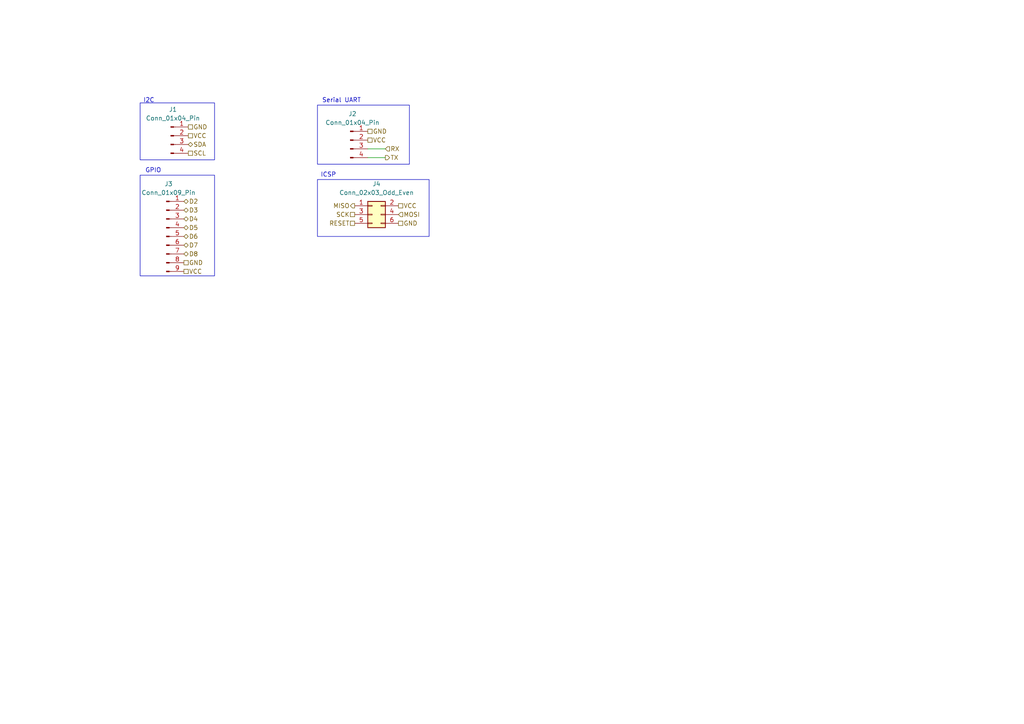
<source format=kicad_sch>
(kicad_sch
	(version 20231120)
	(generator "eeschema")
	(generator_version "8.0")
	(uuid "87c602e5-b9eb-4920-b0cf-1d1d5ddf4c05")
	(paper "A4")
	(lib_symbols
		(symbol "Connector:Conn_01x04_Pin"
			(pin_names
				(offset 1.016) hide)
			(exclude_from_sim no)
			(in_bom yes)
			(on_board yes)
			(property "Reference" "J"
				(at 0 5.08 0)
				(effects
					(font
						(size 1.27 1.27)
					)
				)
			)
			(property "Value" "Conn_01x04_Pin"
				(at 0 -7.62 0)
				(effects
					(font
						(size 1.27 1.27)
					)
				)
			)
			(property "Footprint" ""
				(at 0 0 0)
				(effects
					(font
						(size 1.27 1.27)
					)
					(hide yes)
				)
			)
			(property "Datasheet" "~"
				(at 0 0 0)
				(effects
					(font
						(size 1.27 1.27)
					)
					(hide yes)
				)
			)
			(property "Description" "Generic connector, single row, 01x04, script generated"
				(at 0 0 0)
				(effects
					(font
						(size 1.27 1.27)
					)
					(hide yes)
				)
			)
			(property "ki_locked" ""
				(at 0 0 0)
				(effects
					(font
						(size 1.27 1.27)
					)
				)
			)
			(property "ki_keywords" "connector"
				(at 0 0 0)
				(effects
					(font
						(size 1.27 1.27)
					)
					(hide yes)
				)
			)
			(property "ki_fp_filters" "Connector*:*_1x??_*"
				(at 0 0 0)
				(effects
					(font
						(size 1.27 1.27)
					)
					(hide yes)
				)
			)
			(symbol "Conn_01x04_Pin_1_1"
				(polyline
					(pts
						(xy 1.27 -5.08) (xy 0.8636 -5.08)
					)
					(stroke
						(width 0.1524)
						(type default)
					)
					(fill
						(type none)
					)
				)
				(polyline
					(pts
						(xy 1.27 -2.54) (xy 0.8636 -2.54)
					)
					(stroke
						(width 0.1524)
						(type default)
					)
					(fill
						(type none)
					)
				)
				(polyline
					(pts
						(xy 1.27 0) (xy 0.8636 0)
					)
					(stroke
						(width 0.1524)
						(type default)
					)
					(fill
						(type none)
					)
				)
				(polyline
					(pts
						(xy 1.27 2.54) (xy 0.8636 2.54)
					)
					(stroke
						(width 0.1524)
						(type default)
					)
					(fill
						(type none)
					)
				)
				(rectangle
					(start 0.8636 -4.953)
					(end 0 -5.207)
					(stroke
						(width 0.1524)
						(type default)
					)
					(fill
						(type outline)
					)
				)
				(rectangle
					(start 0.8636 -2.413)
					(end 0 -2.667)
					(stroke
						(width 0.1524)
						(type default)
					)
					(fill
						(type outline)
					)
				)
				(rectangle
					(start 0.8636 0.127)
					(end 0 -0.127)
					(stroke
						(width 0.1524)
						(type default)
					)
					(fill
						(type outline)
					)
				)
				(rectangle
					(start 0.8636 2.667)
					(end 0 2.413)
					(stroke
						(width 0.1524)
						(type default)
					)
					(fill
						(type outline)
					)
				)
				(pin passive line
					(at 5.08 2.54 180)
					(length 3.81)
					(name "Pin_1"
						(effects
							(font
								(size 1.27 1.27)
							)
						)
					)
					(number "1"
						(effects
							(font
								(size 1.27 1.27)
							)
						)
					)
				)
				(pin passive line
					(at 5.08 0 180)
					(length 3.81)
					(name "Pin_2"
						(effects
							(font
								(size 1.27 1.27)
							)
						)
					)
					(number "2"
						(effects
							(font
								(size 1.27 1.27)
							)
						)
					)
				)
				(pin passive line
					(at 5.08 -2.54 180)
					(length 3.81)
					(name "Pin_3"
						(effects
							(font
								(size 1.27 1.27)
							)
						)
					)
					(number "3"
						(effects
							(font
								(size 1.27 1.27)
							)
						)
					)
				)
				(pin passive line
					(at 5.08 -5.08 180)
					(length 3.81)
					(name "Pin_4"
						(effects
							(font
								(size 1.27 1.27)
							)
						)
					)
					(number "4"
						(effects
							(font
								(size 1.27 1.27)
							)
						)
					)
				)
			)
		)
		(symbol "Connector:Conn_01x09_Pin"
			(pin_names
				(offset 1.016) hide)
			(exclude_from_sim no)
			(in_bom yes)
			(on_board yes)
			(property "Reference" "J"
				(at 0 12.7 0)
				(effects
					(font
						(size 1.27 1.27)
					)
				)
			)
			(property "Value" "Conn_01x09_Pin"
				(at 0 -12.7 0)
				(effects
					(font
						(size 1.27 1.27)
					)
				)
			)
			(property "Footprint" ""
				(at 0 0 0)
				(effects
					(font
						(size 1.27 1.27)
					)
					(hide yes)
				)
			)
			(property "Datasheet" "~"
				(at 0 0 0)
				(effects
					(font
						(size 1.27 1.27)
					)
					(hide yes)
				)
			)
			(property "Description" "Generic connector, single row, 01x09, script generated"
				(at 0 0 0)
				(effects
					(font
						(size 1.27 1.27)
					)
					(hide yes)
				)
			)
			(property "ki_locked" ""
				(at 0 0 0)
				(effects
					(font
						(size 1.27 1.27)
					)
				)
			)
			(property "ki_keywords" "connector"
				(at 0 0 0)
				(effects
					(font
						(size 1.27 1.27)
					)
					(hide yes)
				)
			)
			(property "ki_fp_filters" "Connector*:*_1x??_*"
				(at 0 0 0)
				(effects
					(font
						(size 1.27 1.27)
					)
					(hide yes)
				)
			)
			(symbol "Conn_01x09_Pin_1_1"
				(polyline
					(pts
						(xy 1.27 -10.16) (xy 0.8636 -10.16)
					)
					(stroke
						(width 0.1524)
						(type default)
					)
					(fill
						(type none)
					)
				)
				(polyline
					(pts
						(xy 1.27 -7.62) (xy 0.8636 -7.62)
					)
					(stroke
						(width 0.1524)
						(type default)
					)
					(fill
						(type none)
					)
				)
				(polyline
					(pts
						(xy 1.27 -5.08) (xy 0.8636 -5.08)
					)
					(stroke
						(width 0.1524)
						(type default)
					)
					(fill
						(type none)
					)
				)
				(polyline
					(pts
						(xy 1.27 -2.54) (xy 0.8636 -2.54)
					)
					(stroke
						(width 0.1524)
						(type default)
					)
					(fill
						(type none)
					)
				)
				(polyline
					(pts
						(xy 1.27 0) (xy 0.8636 0)
					)
					(stroke
						(width 0.1524)
						(type default)
					)
					(fill
						(type none)
					)
				)
				(polyline
					(pts
						(xy 1.27 2.54) (xy 0.8636 2.54)
					)
					(stroke
						(width 0.1524)
						(type default)
					)
					(fill
						(type none)
					)
				)
				(polyline
					(pts
						(xy 1.27 5.08) (xy 0.8636 5.08)
					)
					(stroke
						(width 0.1524)
						(type default)
					)
					(fill
						(type none)
					)
				)
				(polyline
					(pts
						(xy 1.27 7.62) (xy 0.8636 7.62)
					)
					(stroke
						(width 0.1524)
						(type default)
					)
					(fill
						(type none)
					)
				)
				(polyline
					(pts
						(xy 1.27 10.16) (xy 0.8636 10.16)
					)
					(stroke
						(width 0.1524)
						(type default)
					)
					(fill
						(type none)
					)
				)
				(rectangle
					(start 0.8636 -10.033)
					(end 0 -10.287)
					(stroke
						(width 0.1524)
						(type default)
					)
					(fill
						(type outline)
					)
				)
				(rectangle
					(start 0.8636 -7.493)
					(end 0 -7.747)
					(stroke
						(width 0.1524)
						(type default)
					)
					(fill
						(type outline)
					)
				)
				(rectangle
					(start 0.8636 -4.953)
					(end 0 -5.207)
					(stroke
						(width 0.1524)
						(type default)
					)
					(fill
						(type outline)
					)
				)
				(rectangle
					(start 0.8636 -2.413)
					(end 0 -2.667)
					(stroke
						(width 0.1524)
						(type default)
					)
					(fill
						(type outline)
					)
				)
				(rectangle
					(start 0.8636 0.127)
					(end 0 -0.127)
					(stroke
						(width 0.1524)
						(type default)
					)
					(fill
						(type outline)
					)
				)
				(rectangle
					(start 0.8636 2.667)
					(end 0 2.413)
					(stroke
						(width 0.1524)
						(type default)
					)
					(fill
						(type outline)
					)
				)
				(rectangle
					(start 0.8636 5.207)
					(end 0 4.953)
					(stroke
						(width 0.1524)
						(type default)
					)
					(fill
						(type outline)
					)
				)
				(rectangle
					(start 0.8636 7.747)
					(end 0 7.493)
					(stroke
						(width 0.1524)
						(type default)
					)
					(fill
						(type outline)
					)
				)
				(rectangle
					(start 0.8636 10.287)
					(end 0 10.033)
					(stroke
						(width 0.1524)
						(type default)
					)
					(fill
						(type outline)
					)
				)
				(pin passive line
					(at 5.08 10.16 180)
					(length 3.81)
					(name "Pin_1"
						(effects
							(font
								(size 1.27 1.27)
							)
						)
					)
					(number "1"
						(effects
							(font
								(size 1.27 1.27)
							)
						)
					)
				)
				(pin passive line
					(at 5.08 7.62 180)
					(length 3.81)
					(name "Pin_2"
						(effects
							(font
								(size 1.27 1.27)
							)
						)
					)
					(number "2"
						(effects
							(font
								(size 1.27 1.27)
							)
						)
					)
				)
				(pin passive line
					(at 5.08 5.08 180)
					(length 3.81)
					(name "Pin_3"
						(effects
							(font
								(size 1.27 1.27)
							)
						)
					)
					(number "3"
						(effects
							(font
								(size 1.27 1.27)
							)
						)
					)
				)
				(pin passive line
					(at 5.08 2.54 180)
					(length 3.81)
					(name "Pin_4"
						(effects
							(font
								(size 1.27 1.27)
							)
						)
					)
					(number "4"
						(effects
							(font
								(size 1.27 1.27)
							)
						)
					)
				)
				(pin passive line
					(at 5.08 0 180)
					(length 3.81)
					(name "Pin_5"
						(effects
							(font
								(size 1.27 1.27)
							)
						)
					)
					(number "5"
						(effects
							(font
								(size 1.27 1.27)
							)
						)
					)
				)
				(pin passive line
					(at 5.08 -2.54 180)
					(length 3.81)
					(name "Pin_6"
						(effects
							(font
								(size 1.27 1.27)
							)
						)
					)
					(number "6"
						(effects
							(font
								(size 1.27 1.27)
							)
						)
					)
				)
				(pin passive line
					(at 5.08 -5.08 180)
					(length 3.81)
					(name "Pin_7"
						(effects
							(font
								(size 1.27 1.27)
							)
						)
					)
					(number "7"
						(effects
							(font
								(size 1.27 1.27)
							)
						)
					)
				)
				(pin passive line
					(at 5.08 -7.62 180)
					(length 3.81)
					(name "Pin_8"
						(effects
							(font
								(size 1.27 1.27)
							)
						)
					)
					(number "8"
						(effects
							(font
								(size 1.27 1.27)
							)
						)
					)
				)
				(pin passive line
					(at 5.08 -10.16 180)
					(length 3.81)
					(name "Pin_9"
						(effects
							(font
								(size 1.27 1.27)
							)
						)
					)
					(number "9"
						(effects
							(font
								(size 1.27 1.27)
							)
						)
					)
				)
			)
		)
		(symbol "Connector_Generic:Conn_02x03_Odd_Even"
			(pin_names
				(offset 1.016) hide)
			(exclude_from_sim no)
			(in_bom yes)
			(on_board yes)
			(property "Reference" "J"
				(at 1.27 5.08 0)
				(effects
					(font
						(size 1.27 1.27)
					)
				)
			)
			(property "Value" "Conn_02x03_Odd_Even"
				(at 1.27 -5.08 0)
				(effects
					(font
						(size 1.27 1.27)
					)
				)
			)
			(property "Footprint" ""
				(at 0 0 0)
				(effects
					(font
						(size 1.27 1.27)
					)
					(hide yes)
				)
			)
			(property "Datasheet" "~"
				(at 0 0 0)
				(effects
					(font
						(size 1.27 1.27)
					)
					(hide yes)
				)
			)
			(property "Description" "Generic connector, double row, 02x03, odd/even pin numbering scheme (row 1 odd numbers, row 2 even numbers), script generated (kicad-library-utils/schlib/autogen/connector/)"
				(at 0 0 0)
				(effects
					(font
						(size 1.27 1.27)
					)
					(hide yes)
				)
			)
			(property "ki_keywords" "connector"
				(at 0 0 0)
				(effects
					(font
						(size 1.27 1.27)
					)
					(hide yes)
				)
			)
			(property "ki_fp_filters" "Connector*:*_2x??_*"
				(at 0 0 0)
				(effects
					(font
						(size 1.27 1.27)
					)
					(hide yes)
				)
			)
			(symbol "Conn_02x03_Odd_Even_1_1"
				(rectangle
					(start -1.27 -2.413)
					(end 0 -2.667)
					(stroke
						(width 0.1524)
						(type default)
					)
					(fill
						(type none)
					)
				)
				(rectangle
					(start -1.27 0.127)
					(end 0 -0.127)
					(stroke
						(width 0.1524)
						(type default)
					)
					(fill
						(type none)
					)
				)
				(rectangle
					(start -1.27 2.667)
					(end 0 2.413)
					(stroke
						(width 0.1524)
						(type default)
					)
					(fill
						(type none)
					)
				)
				(rectangle
					(start -1.27 3.81)
					(end 3.81 -3.81)
					(stroke
						(width 0.254)
						(type default)
					)
					(fill
						(type background)
					)
				)
				(rectangle
					(start 3.81 -2.413)
					(end 2.54 -2.667)
					(stroke
						(width 0.1524)
						(type default)
					)
					(fill
						(type none)
					)
				)
				(rectangle
					(start 3.81 0.127)
					(end 2.54 -0.127)
					(stroke
						(width 0.1524)
						(type default)
					)
					(fill
						(type none)
					)
				)
				(rectangle
					(start 3.81 2.667)
					(end 2.54 2.413)
					(stroke
						(width 0.1524)
						(type default)
					)
					(fill
						(type none)
					)
				)
				(pin passive line
					(at -5.08 2.54 0)
					(length 3.81)
					(name "Pin_1"
						(effects
							(font
								(size 1.27 1.27)
							)
						)
					)
					(number "1"
						(effects
							(font
								(size 1.27 1.27)
							)
						)
					)
				)
				(pin passive line
					(at 7.62 2.54 180)
					(length 3.81)
					(name "Pin_2"
						(effects
							(font
								(size 1.27 1.27)
							)
						)
					)
					(number "2"
						(effects
							(font
								(size 1.27 1.27)
							)
						)
					)
				)
				(pin passive line
					(at -5.08 0 0)
					(length 3.81)
					(name "Pin_3"
						(effects
							(font
								(size 1.27 1.27)
							)
						)
					)
					(number "3"
						(effects
							(font
								(size 1.27 1.27)
							)
						)
					)
				)
				(pin passive line
					(at 7.62 0 180)
					(length 3.81)
					(name "Pin_4"
						(effects
							(font
								(size 1.27 1.27)
							)
						)
					)
					(number "4"
						(effects
							(font
								(size 1.27 1.27)
							)
						)
					)
				)
				(pin passive line
					(at -5.08 -2.54 0)
					(length 3.81)
					(name "Pin_5"
						(effects
							(font
								(size 1.27 1.27)
							)
						)
					)
					(number "5"
						(effects
							(font
								(size 1.27 1.27)
							)
						)
					)
				)
				(pin passive line
					(at 7.62 -2.54 180)
					(length 3.81)
					(name "Pin_6"
						(effects
							(font
								(size 1.27 1.27)
							)
						)
					)
					(number "6"
						(effects
							(font
								(size 1.27 1.27)
							)
						)
					)
				)
			)
		)
	)
	(wire
		(pts
			(xy 111.76 45.72) (xy 106.68 45.72)
		)
		(stroke
			(width 0)
			(type default)
		)
		(uuid "8fe457e8-e82d-44c5-bf20-83340a420246")
	)
	(wire
		(pts
			(xy 111.76 43.18) (xy 106.68 43.18)
		)
		(stroke
			(width 0)
			(type default)
		)
		(uuid "fda62a1e-dc94-4a31-906b-39f8b2a242df")
	)
	(rectangle
		(start 92.075 52.07)
		(end 124.46 68.58)
		(stroke
			(width 0)
			(type default)
		)
		(fill
			(type none)
		)
		(uuid 1466fdd2-28b3-4e4c-8825-2635a81bb32d)
	)
	(rectangle
		(start 40.64 50.8)
		(end 62.23 80.01)
		(stroke
			(width 0)
			(type default)
		)
		(fill
			(type none)
		)
		(uuid 2b726fb1-10ac-4963-8554-feb6220f8df4)
	)
	(rectangle
		(start 40.64 29.845)
		(end 62.23 46.355)
		(stroke
			(width 0)
			(type default)
		)
		(fill
			(type none)
		)
		(uuid 2fbac968-cf57-4300-a033-f9f8022bb674)
	)
	(rectangle
		(start 92.075 30.48)
		(end 118.745 47.625)
		(stroke
			(width 0)
			(type default)
		)
		(fill
			(type none)
		)
		(uuid 99039264-42ef-4900-b9ee-59b3027b4e3f)
	)
	(text "ICSP"
		(exclude_from_sim no)
		(at 95.25 50.8 0)
		(effects
			(font
				(size 1.27 1.27)
			)
		)
		(uuid "4e12b0ff-dd05-4adb-a7e3-0027d6d2c76b")
	)
	(text "Serial UART"
		(exclude_from_sim no)
		(at 99.06 29.21 0)
		(effects
			(font
				(size 1.27 1.27)
			)
		)
		(uuid "72ec3abc-a1a1-4a3a-a65f-bdee80e4245d")
	)
	(text "GPIO"
		(exclude_from_sim no)
		(at 44.45 49.53 0)
		(effects
			(font
				(size 1.27 1.27)
			)
		)
		(uuid "e7690ebc-731a-4b82-ba60-5a014b83fb43")
	)
	(text "I2C"
		(exclude_from_sim no)
		(at 43.18 29.21 0)
		(effects
			(font
				(size 1.27 1.27)
			)
		)
		(uuid "f7a104bc-624e-4567-84cb-7fe74d3adba1")
	)
	(hierarchical_label "D7"
		(shape bidirectional)
		(at 53.34 71.12 0)
		(effects
			(font
				(size 1.27 1.27)
			)
			(justify left)
		)
		(uuid "0223b1b4-18f5-492f-9047-5f69887be052")
	)
	(hierarchical_label "VCC"
		(shape passive)
		(at 106.68 40.64 0)
		(effects
			(font
				(size 1.27 1.27)
			)
			(justify left)
		)
		(uuid "02dcefa2-ef72-4682-b82e-6b3b332a7a03")
	)
	(hierarchical_label "MISO"
		(shape output)
		(at 102.87 59.69 180)
		(effects
			(font
				(size 1.27 1.27)
			)
			(justify right)
		)
		(uuid "06e4c1fb-6577-4194-8b85-0ef372757778")
	)
	(hierarchical_label "D4"
		(shape bidirectional)
		(at 53.34 63.5 0)
		(effects
			(font
				(size 1.27 1.27)
			)
			(justify left)
		)
		(uuid "09c44cd0-62a3-4d21-9d6f-0083665fa52c")
	)
	(hierarchical_label "D6"
		(shape bidirectional)
		(at 53.34 68.58 0)
		(effects
			(font
				(size 1.27 1.27)
			)
			(justify left)
		)
		(uuid "0e0c7bd5-3846-4d46-a5b8-1c54a2ceb956")
	)
	(hierarchical_label "D2"
		(shape bidirectional)
		(at 53.34 58.42 0)
		(effects
			(font
				(size 1.27 1.27)
			)
			(justify left)
		)
		(uuid "0fc8a7c0-5a19-4297-a821-70209a7bb025")
	)
	(hierarchical_label "RX"
		(shape input)
		(at 111.76 43.18 0)
		(effects
			(font
				(size 1.27 1.27)
			)
			(justify left)
		)
		(uuid "277a8c30-6106-4cc8-8493-c11b5bbec3f5")
	)
	(hierarchical_label "VCC"
		(shape passive)
		(at 115.57 59.69 0)
		(effects
			(font
				(size 1.27 1.27)
			)
			(justify left)
		)
		(uuid "38df96cf-02b5-42ec-8e23-6a4c04f4024a")
	)
	(hierarchical_label "D3"
		(shape bidirectional)
		(at 53.34 60.96 0)
		(effects
			(font
				(size 1.27 1.27)
			)
			(justify left)
		)
		(uuid "4279cfab-e67a-4179-ac63-f41f9dbbb2b7")
	)
	(hierarchical_label "SCL"
		(shape passive)
		(at 54.61 44.45 0)
		(effects
			(font
				(size 1.27 1.27)
			)
			(justify left)
		)
		(uuid "52557caf-7d14-44e3-bacf-cac5c2761fa6")
	)
	(hierarchical_label "VCC"
		(shape passive)
		(at 54.61 39.37 0)
		(effects
			(font
				(size 1.27 1.27)
			)
			(justify left)
		)
		(uuid "5556cd17-2072-4086-a6dd-6ac34554b78f")
	)
	(hierarchical_label "GND"
		(shape passive)
		(at 106.68 38.1 0)
		(effects
			(font
				(size 1.27 1.27)
			)
			(justify left)
		)
		(uuid "6253b421-0785-4009-acda-8ea8a6f3225b")
	)
	(hierarchical_label "D8"
		(shape bidirectional)
		(at 53.34 73.66 0)
		(effects
			(font
				(size 1.27 1.27)
			)
			(justify left)
		)
		(uuid "6432c124-5a3e-4888-a7ef-39cb99d5b9fd")
	)
	(hierarchical_label "GND"
		(shape passive)
		(at 115.57 64.77 0)
		(effects
			(font
				(size 1.27 1.27)
			)
			(justify left)
		)
		(uuid "a6a7428f-2504-4819-a471-f575be1abb3d")
	)
	(hierarchical_label "MOSI"
		(shape input)
		(at 115.57 62.23 0)
		(effects
			(font
				(size 1.27 1.27)
			)
			(justify left)
		)
		(uuid "ad4d2af5-042f-477a-b494-b5b9eee39879")
	)
	(hierarchical_label "VCC"
		(shape passive)
		(at 53.34 78.74 0)
		(effects
			(font
				(size 1.27 1.27)
			)
			(justify left)
		)
		(uuid "b504722a-f977-46ce-bb88-2604f5e4ae99")
	)
	(hierarchical_label "SCK"
		(shape passive)
		(at 102.87 62.23 180)
		(effects
			(font
				(size 1.27 1.27)
			)
			(justify right)
		)
		(uuid "c4b512c0-deaa-4b70-ba79-7eb84c6aef17")
	)
	(hierarchical_label "GND"
		(shape passive)
		(at 54.61 36.83 0)
		(effects
			(font
				(size 1.27 1.27)
			)
			(justify left)
		)
		(uuid "d979c296-ab65-41fc-90c6-b1f1781fd145")
	)
	(hierarchical_label "GND"
		(shape passive)
		(at 53.34 76.2 0)
		(effects
			(font
				(size 1.27 1.27)
			)
			(justify left)
		)
		(uuid "e2ebd5a5-5cd7-4efe-a050-83f4bf8afb9f")
	)
	(hierarchical_label "TX"
		(shape output)
		(at 111.76 45.72 0)
		(effects
			(font
				(size 1.27 1.27)
			)
			(justify left)
		)
		(uuid "f237bda0-3969-4440-b83d-57ebb011735e")
	)
	(hierarchical_label "RESET"
		(shape passive)
		(at 102.87 64.77 180)
		(effects
			(font
				(size 1.27 1.27)
			)
			(justify right)
		)
		(uuid "fa5cf09a-f53e-4708-98ab-248efd584b8e")
	)
	(hierarchical_label "D5"
		(shape bidirectional)
		(at 53.34 66.04 0)
		(effects
			(font
				(size 1.27 1.27)
			)
			(justify left)
		)
		(uuid "fb45b2fa-903a-4856-b55e-c625ab31d504")
	)
	(hierarchical_label "SDA"
		(shape bidirectional)
		(at 54.61 41.91 0)
		(effects
			(font
				(size 1.27 1.27)
			)
			(justify left)
		)
		(uuid "feac7bfa-47e0-4239-ae70-cf2b62d3bfb6")
	)
	(symbol
		(lib_id "Connector:Conn_01x04_Pin")
		(at 101.6 40.64 0)
		(unit 1)
		(exclude_from_sim no)
		(in_bom yes)
		(on_board yes)
		(dnp no)
		(fields_autoplaced yes)
		(uuid "14c5bce6-89ab-4de1-bf86-bd74dbc555a0")
		(property "Reference" "J2"
			(at 102.235 33.02 0)
			(effects
				(font
					(size 1.27 1.27)
				)
			)
		)
		(property "Value" "Conn_01x04_Pin"
			(at 102.235 35.56 0)
			(effects
				(font
					(size 1.27 1.27)
				)
			)
		)
		(property "Footprint" "Connector_PinHeader_2.54mm:PinHeader_1x04_P2.54mm_Vertical"
			(at 101.6 40.64 0)
			(effects
				(font
					(size 1.27 1.27)
				)
				(hide yes)
			)
		)
		(property "Datasheet" "~"
			(at 101.6 40.64 0)
			(effects
				(font
					(size 1.27 1.27)
				)
				(hide yes)
			)
		)
		(property "Description" "Generic connector, single row, 01x04, script generated"
			(at 101.6 40.64 0)
			(effects
				(font
					(size 1.27 1.27)
				)
				(hide yes)
			)
		)
		(pin "2"
			(uuid "ec8ca9a2-e702-4c24-afce-beab5dd52b99")
		)
		(pin "1"
			(uuid "cfcfaa84-e50a-43bf-a555-f049c35cce11")
		)
		(pin "3"
			(uuid "26142941-6046-4939-98e3-d1111d412faf")
		)
		(pin "4"
			(uuid "9090fe15-6e94-4fe8-96b9-c964cbb8d8ee")
		)
		(instances
			(project "project2_MCU_datalogger"
				(path "/f39c4415-cb06-454d-a770-a067359476b1/1b941b1e-b990-48ca-b24f-dea55d06e70c"
					(reference "J2")
					(unit 1)
				)
			)
		)
	)
	(symbol
		(lib_id "Connector:Conn_01x09_Pin")
		(at 48.26 68.58 0)
		(unit 1)
		(exclude_from_sim no)
		(in_bom yes)
		(on_board yes)
		(dnp no)
		(fields_autoplaced yes)
		(uuid "36822e2c-0234-48a7-92cf-d5b28e52419f")
		(property "Reference" "J3"
			(at 48.895 53.34 0)
			(effects
				(font
					(size 1.27 1.27)
				)
			)
		)
		(property "Value" "Conn_01x09_Pin"
			(at 48.895 55.88 0)
			(effects
				(font
					(size 1.27 1.27)
				)
			)
		)
		(property "Footprint" "Connector_PinHeader_2.54mm:PinHeader_1x09_P2.54mm_Vertical"
			(at 48.26 68.58 0)
			(effects
				(font
					(size 1.27 1.27)
				)
				(hide yes)
			)
		)
		(property "Datasheet" "~"
			(at 48.26 68.58 0)
			(effects
				(font
					(size 1.27 1.27)
				)
				(hide yes)
			)
		)
		(property "Description" "Generic connector, single row, 01x09, script generated"
			(at 48.26 68.58 0)
			(effects
				(font
					(size 1.27 1.27)
				)
				(hide yes)
			)
		)
		(pin "3"
			(uuid "a0f3194b-4015-474a-9e70-d47ccf6ac88e")
		)
		(pin "8"
			(uuid "8c5ff935-aa88-4258-ad00-c7a66183eb26")
		)
		(pin "4"
			(uuid "998d5126-2cc0-482c-8912-7d18132f5c73")
		)
		(pin "5"
			(uuid "38ed1354-c29b-49a6-a63f-4406ff63389d")
		)
		(pin "7"
			(uuid "afc04ac5-bf10-466b-92c6-5c62e58a0e9a")
		)
		(pin "1"
			(uuid "5c50b04c-01ee-489c-9d76-6b13a4b09250")
		)
		(pin "9"
			(uuid "51ac38ed-4cff-4b99-b9cb-a8cbc016e7a9")
		)
		(pin "6"
			(uuid "608d008f-3da6-4e5c-af31-9a31c7ec0f8a")
		)
		(pin "2"
			(uuid "a41fbb0e-74ae-455e-82d4-31fe36617ec3")
		)
		(instances
			(project ""
				(path "/f39c4415-cb06-454d-a770-a067359476b1/1b941b1e-b990-48ca-b24f-dea55d06e70c"
					(reference "J3")
					(unit 1)
				)
			)
		)
	)
	(symbol
		(lib_id "Connector:Conn_01x04_Pin")
		(at 49.53 39.37 0)
		(unit 1)
		(exclude_from_sim no)
		(in_bom yes)
		(on_board yes)
		(dnp no)
		(fields_autoplaced yes)
		(uuid "cf98fbc6-c6d9-4e67-b933-893efd2f6e39")
		(property "Reference" "J1"
			(at 50.165 31.75 0)
			(effects
				(font
					(size 1.27 1.27)
				)
			)
		)
		(property "Value" "Conn_01x04_Pin"
			(at 50.165 34.29 0)
			(effects
				(font
					(size 1.27 1.27)
				)
			)
		)
		(property "Footprint" "Connector_PinHeader_2.54mm:PinHeader_1x04_P2.54mm_Vertical"
			(at 49.53 39.37 0)
			(effects
				(font
					(size 1.27 1.27)
				)
				(hide yes)
			)
		)
		(property "Datasheet" "~"
			(at 49.53 39.37 0)
			(effects
				(font
					(size 1.27 1.27)
				)
				(hide yes)
			)
		)
		(property "Description" "Generic connector, single row, 01x04, script generated"
			(at 49.53 39.37 0)
			(effects
				(font
					(size 1.27 1.27)
				)
				(hide yes)
			)
		)
		(pin "2"
			(uuid "ece4f156-d46a-41c8-a011-9f8e49a224dc")
		)
		(pin "1"
			(uuid "91fe37ed-2af8-48aa-9ddb-10ff83b60c2c")
		)
		(pin "3"
			(uuid "b9b4a152-007a-4137-8adf-34ac52e15f87")
		)
		(pin "4"
			(uuid "93003341-3b27-4e30-91ce-2605b5b80144")
		)
		(instances
			(project ""
				(path "/f39c4415-cb06-454d-a770-a067359476b1/1b941b1e-b990-48ca-b24f-dea55d06e70c"
					(reference "J1")
					(unit 1)
				)
			)
		)
	)
	(symbol
		(lib_id "Connector_Generic:Conn_02x03_Odd_Even")
		(at 107.95 62.23 0)
		(unit 1)
		(exclude_from_sim no)
		(in_bom yes)
		(on_board yes)
		(dnp no)
		(fields_autoplaced yes)
		(uuid "d6cf70d3-5110-470b-a0bc-80874039b591")
		(property "Reference" "J4"
			(at 109.22 53.34 0)
			(effects
				(font
					(size 1.27 1.27)
				)
			)
		)
		(property "Value" "Conn_02x03_Odd_Even"
			(at 109.22 55.88 0)
			(effects
				(font
					(size 1.27 1.27)
				)
			)
		)
		(property "Footprint" "Connector_PinHeader_2.54mm:PinHeader_2x03_P2.54mm_Vertical"
			(at 107.95 62.23 0)
			(effects
				(font
					(size 1.27 1.27)
				)
				(hide yes)
			)
		)
		(property "Datasheet" "~"
			(at 107.95 62.23 0)
			(effects
				(font
					(size 1.27 1.27)
				)
				(hide yes)
			)
		)
		(property "Description" "Generic connector, double row, 02x03, odd/even pin numbering scheme (row 1 odd numbers, row 2 even numbers), script generated (kicad-library-utils/schlib/autogen/connector/)"
			(at 107.95 62.23 0)
			(effects
				(font
					(size 1.27 1.27)
				)
				(hide yes)
			)
		)
		(pin "1"
			(uuid "ea6126af-be69-4014-91d2-4c4eb1a0c2f8")
		)
		(pin "4"
			(uuid "d0faca4c-875c-42c9-84b2-8e18aa5e9729")
		)
		(pin "2"
			(uuid "27cba8e7-8c32-4337-95ac-bf473f525ac3")
		)
		(pin "3"
			(uuid "ec69d298-d8a2-4829-aea4-ff8e69a53aee")
		)
		(pin "5"
			(uuid "cf5924db-93cc-4a16-a59e-7c9afe48fc30")
		)
		(pin "6"
			(uuid "df3dc66a-863a-484d-86b5-2fd35041de78")
		)
		(instances
			(project ""
				(path "/f39c4415-cb06-454d-a770-a067359476b1/1b941b1e-b990-48ca-b24f-dea55d06e70c"
					(reference "J4")
					(unit 1)
				)
			)
		)
	)
)

</source>
